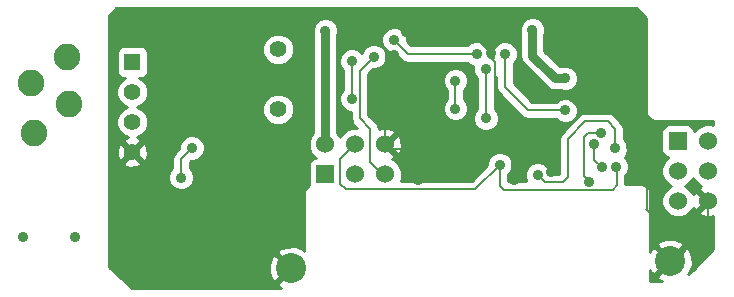
<source format=gbl>
G04 (created by PCBNEW-RS274X (2011-11-27 BZR 3249)-stable) date 22/12/2011 5:03:57 p.m.*
G01*
G70*
G90*
%MOIN*%
G04 Gerber Fmt 3.4, Leading zero omitted, Abs format*
%FSLAX34Y34*%
G04 APERTURE LIST*
%ADD10C,0.006000*%
%ADD11C,0.035400*%
%ADD12C,0.088600*%
%ADD13R,0.055000X0.055000*%
%ADD14C,0.055000*%
%ADD15C,0.100000*%
%ADD16R,0.060000X0.060000*%
%ADD17C,0.060000*%
%ADD18C,0.056000*%
%ADD19C,0.035000*%
%ADD20C,0.008000*%
%ADD21C,0.030000*%
%ADD22C,0.010000*%
G04 APERTURE END LIST*
G54D10*
G54D11*
X03622Y-08169D03*
X01890Y-08169D03*
G54D12*
X02166Y-03053D03*
X02264Y-04726D03*
X03445Y-03742D03*
X03347Y-02167D03*
G54D13*
X05538Y-02352D03*
G54D14*
X05538Y-03352D03*
X05538Y-04352D03*
X05538Y-05352D03*
G54D15*
X10828Y-09232D03*
X23478Y-08982D03*
G54D16*
X11978Y-06092D03*
G54D17*
X11978Y-05092D03*
X12978Y-06092D03*
X12978Y-05092D03*
X13978Y-06092D03*
X13978Y-05092D03*
G54D16*
X23728Y-04982D03*
G54D17*
X24728Y-04982D03*
X23728Y-05982D03*
X24728Y-05982D03*
X23728Y-06982D03*
X24728Y-06982D03*
G54D18*
X10398Y-03932D03*
X10398Y-01932D03*
G54D19*
X16308Y-02972D03*
X16308Y-03902D03*
X11978Y-01302D03*
X19976Y-02898D03*
X18878Y-01282D03*
X17958Y-02082D03*
X19978Y-03962D03*
X17328Y-04232D03*
X17318Y-02592D03*
X21638Y-05232D03*
X19048Y-06112D03*
X21668Y-05842D03*
X17788Y-05772D03*
X14268Y-01612D03*
X17018Y-02082D03*
X13588Y-02172D03*
X21178Y-04732D03*
X20758Y-06342D03*
X06178Y-09542D03*
X08425Y-05221D03*
X10236Y-05032D03*
X10937Y-07264D03*
X19978Y-03452D03*
X08088Y-09552D03*
X19488Y-06002D03*
X09788Y-09532D03*
X05408Y-01582D03*
X14658Y-01362D03*
X15078Y-06282D03*
X05528Y-08862D03*
X15598Y-01362D03*
X08088Y-08462D03*
X05518Y-07472D03*
X18258Y-06292D03*
X13528Y-03262D03*
X17758Y-03542D03*
X14248Y-02132D03*
X17488Y-02062D03*
X05658Y-00812D03*
X06558Y-00792D03*
X16928Y-02952D03*
X08088Y-03712D03*
X12858Y-02322D03*
X12858Y-03582D03*
X20928Y-05092D03*
X21188Y-05862D03*
X07528Y-05212D03*
X07168Y-06202D03*
G54D20*
X13168Y-04982D02*
X13168Y-05002D01*
X13168Y-04982D02*
X13168Y-05032D01*
G54D21*
X11978Y-01302D02*
X11978Y-05092D01*
X18878Y-02136D02*
X19640Y-02898D01*
X19640Y-02898D02*
X19976Y-02898D01*
G54D20*
X16308Y-02972D02*
X16308Y-03902D01*
G54D21*
X18878Y-01282D02*
X18878Y-02136D01*
G54D20*
X17958Y-02082D02*
X17958Y-03182D01*
X19978Y-03962D02*
X18738Y-03962D01*
X18738Y-03962D02*
X17958Y-03182D01*
X17318Y-02592D02*
X17328Y-02602D01*
X17328Y-02602D02*
X17328Y-04232D01*
X20058Y-06192D02*
X20058Y-04912D01*
X21638Y-04582D02*
X21638Y-05232D01*
X19048Y-06112D02*
X19298Y-06362D01*
X19888Y-06362D02*
X20058Y-06192D01*
X20058Y-04912D02*
X20638Y-04332D01*
X19298Y-06362D02*
X19888Y-06362D01*
X20638Y-04332D02*
X21388Y-04332D01*
X21388Y-04332D02*
X21638Y-04582D01*
X17788Y-06472D02*
X17788Y-05772D01*
X21548Y-06602D02*
X17918Y-06602D01*
X17918Y-06602D02*
X17788Y-06472D01*
X12478Y-06412D02*
X12658Y-06592D01*
X12658Y-06592D02*
X16808Y-06592D01*
X16968Y-06592D02*
X17788Y-05772D01*
X16808Y-06592D02*
X16968Y-06592D01*
X12978Y-05092D02*
X12478Y-05592D01*
X12478Y-05592D02*
X12478Y-06412D01*
X21688Y-05862D02*
X21688Y-06462D01*
X21688Y-06462D02*
X21548Y-06602D01*
X21668Y-05842D02*
X21688Y-05862D01*
X13118Y-02642D02*
X13588Y-02172D01*
X13478Y-05692D02*
X13478Y-04592D01*
X14718Y-02082D02*
X17018Y-02082D01*
X14268Y-01612D02*
X14268Y-01632D01*
X13978Y-06092D02*
X13878Y-06092D01*
X13478Y-04592D02*
X13118Y-04232D01*
X13118Y-04232D02*
X13118Y-02642D01*
X13878Y-06092D02*
X13478Y-05692D01*
X14268Y-01632D02*
X14718Y-02082D01*
X20588Y-06152D02*
X20588Y-04942D01*
X20588Y-04942D02*
X20588Y-04862D01*
X20718Y-04732D02*
X21178Y-04732D01*
X20588Y-04862D02*
X20718Y-04732D01*
X20758Y-06342D02*
X20588Y-06152D01*
X22018Y-04452D02*
X21658Y-04092D01*
X17638Y-03322D02*
X17638Y-02362D01*
X05528Y-08862D02*
X05518Y-08852D01*
X22578Y-05762D02*
X22578Y-05712D01*
X08088Y-09552D02*
X06188Y-09552D01*
X10236Y-06563D02*
X10236Y-05032D01*
X10937Y-07264D02*
X10236Y-06563D01*
X20448Y-03922D02*
X19978Y-03452D01*
X19678Y-05652D02*
X19678Y-04862D01*
X16108Y-05252D02*
X16928Y-04432D01*
X22683Y-05867D02*
X22578Y-05762D01*
X22683Y-07297D02*
X22683Y-05867D01*
X19488Y-05842D02*
X19488Y-06002D01*
X20448Y-04092D02*
X21658Y-04092D01*
X19488Y-05842D02*
X19678Y-05652D01*
X20448Y-04092D02*
X20448Y-03922D01*
X24468Y-07792D02*
X23178Y-07792D01*
X08088Y-08462D02*
X08088Y-09552D01*
X22018Y-05202D02*
X22018Y-04452D01*
X22578Y-05762D02*
X22018Y-05202D01*
X13978Y-05092D02*
X13978Y-04432D01*
X06248Y-02952D02*
X06248Y-01962D01*
X05868Y-01582D02*
X05408Y-01582D01*
X14188Y-05252D02*
X16108Y-05252D01*
X06248Y-01962D02*
X05868Y-01582D01*
X24728Y-07532D02*
X24468Y-07792D01*
X24728Y-07532D02*
X24728Y-06982D01*
X06188Y-09552D02*
X06178Y-09542D01*
X05658Y-00812D02*
X05678Y-00792D01*
X17758Y-03542D02*
X17758Y-03442D01*
X17638Y-02362D02*
X17488Y-02212D01*
X05678Y-00792D02*
X06558Y-00792D01*
X17758Y-03442D02*
X17638Y-03322D01*
X05518Y-08852D02*
X05518Y-07472D01*
X06248Y-04712D02*
X06248Y-03952D01*
X05538Y-05352D02*
X05608Y-05352D01*
X13528Y-03982D02*
X13528Y-03262D01*
X15598Y-01362D02*
X16788Y-01362D01*
X14658Y-01362D02*
X14678Y-01342D01*
X23178Y-07792D02*
X22683Y-07297D01*
X22683Y-07297D02*
X22648Y-07262D01*
X13528Y-02852D02*
X14248Y-02132D01*
X13528Y-03262D02*
X13528Y-02852D01*
X05608Y-05352D02*
X06248Y-04712D01*
X13978Y-04432D02*
X13528Y-03982D01*
X19678Y-04862D02*
X20448Y-04092D01*
X17488Y-02212D02*
X17488Y-02062D01*
X16788Y-01362D02*
X17488Y-02062D01*
X16928Y-04432D02*
X16928Y-02952D01*
X06248Y-02952D02*
X06248Y-03952D01*
X15598Y-01362D02*
X14658Y-01362D01*
X08088Y-08462D02*
X08088Y-03712D01*
X12858Y-03582D02*
X12858Y-02322D01*
X21188Y-05862D02*
X20928Y-05602D01*
X20928Y-05602D02*
X20928Y-05092D01*
X07528Y-05212D02*
X07168Y-05572D01*
X07168Y-05572D02*
X07168Y-06202D01*
G54D10*
G36*
X24903Y-08597D02*
X24217Y-09283D01*
X24068Y-09431D01*
X24047Y-09410D01*
X24112Y-09382D01*
X24217Y-09109D01*
X24209Y-08817D01*
X24112Y-08582D01*
X23998Y-08532D01*
X23928Y-08602D01*
X23928Y-08462D01*
X23878Y-08348D01*
X23605Y-08243D01*
X23313Y-08251D01*
X23078Y-08348D01*
X23028Y-08462D01*
X23478Y-08911D01*
X23928Y-08462D01*
X23928Y-08602D01*
X23549Y-08982D01*
X23478Y-09053D01*
X23028Y-09502D01*
X23078Y-09616D01*
X23184Y-09657D01*
X22809Y-09657D01*
X22809Y-09297D01*
X22844Y-09382D01*
X22958Y-09432D01*
X23407Y-08982D01*
X22958Y-08532D01*
X22844Y-08582D01*
X22809Y-08673D01*
X22809Y-06748D01*
X22784Y-06624D01*
X22714Y-06518D01*
X22608Y-06448D01*
X22484Y-06423D01*
X21978Y-06423D01*
X21978Y-06133D01*
X22028Y-06083D01*
X22093Y-05927D01*
X22093Y-05758D01*
X22029Y-05602D01*
X21949Y-05522D01*
X21998Y-05473D01*
X22063Y-05317D01*
X22063Y-05148D01*
X21999Y-04992D01*
X21928Y-04921D01*
X21928Y-04582D01*
X21906Y-04471D01*
X21843Y-04377D01*
X21593Y-04127D01*
X21499Y-04064D01*
X21388Y-04042D01*
X20638Y-04042D01*
X20527Y-04064D01*
X20433Y-04127D01*
X20403Y-04157D01*
X20403Y-04047D01*
X20403Y-03878D01*
X20401Y-03873D01*
X20401Y-02983D01*
X20401Y-02814D01*
X20337Y-02658D01*
X20217Y-02538D01*
X20061Y-02473D01*
X19892Y-02473D01*
X19831Y-02498D01*
X19805Y-02498D01*
X19278Y-01970D01*
X19278Y-01427D01*
X19303Y-01367D01*
X19303Y-01198D01*
X19239Y-01042D01*
X19119Y-00922D01*
X18963Y-00857D01*
X18794Y-00857D01*
X18638Y-00921D01*
X18518Y-01041D01*
X18453Y-01197D01*
X18453Y-01366D01*
X18478Y-01426D01*
X18478Y-02136D01*
X18508Y-02289D01*
X18595Y-02419D01*
X19354Y-03177D01*
X19357Y-03181D01*
X19486Y-03267D01*
X19487Y-03268D01*
X19640Y-03298D01*
X19831Y-03298D01*
X19891Y-03323D01*
X20060Y-03323D01*
X20216Y-03259D01*
X20336Y-03139D01*
X20401Y-02983D01*
X20401Y-03873D01*
X20339Y-03722D01*
X20219Y-03602D01*
X20063Y-03537D01*
X19894Y-03537D01*
X19738Y-03601D01*
X19667Y-03672D01*
X18858Y-03672D01*
X18248Y-03062D01*
X18248Y-02393D01*
X18318Y-02323D01*
X18383Y-02167D01*
X18383Y-01998D01*
X18319Y-01842D01*
X18199Y-01722D01*
X18043Y-01657D01*
X17874Y-01657D01*
X17718Y-01721D01*
X17598Y-01841D01*
X17533Y-01997D01*
X17533Y-02166D01*
X17559Y-02232D01*
X17437Y-02181D01*
X17443Y-02167D01*
X17443Y-01998D01*
X17379Y-01842D01*
X17259Y-01722D01*
X17103Y-01657D01*
X16934Y-01657D01*
X16778Y-01721D01*
X16707Y-01792D01*
X14838Y-01792D01*
X14693Y-01647D01*
X14693Y-01528D01*
X14629Y-01372D01*
X14509Y-01252D01*
X14353Y-01187D01*
X14184Y-01187D01*
X14028Y-01251D01*
X13908Y-01371D01*
X13843Y-01527D01*
X13843Y-01696D01*
X13907Y-01852D01*
X14027Y-01972D01*
X14183Y-02037D01*
X14263Y-02037D01*
X14513Y-02287D01*
X14607Y-02350D01*
X14718Y-02372D01*
X16707Y-02372D01*
X16777Y-02442D01*
X16898Y-02492D01*
X16893Y-02507D01*
X16893Y-02676D01*
X16957Y-02832D01*
X17038Y-02913D01*
X17038Y-03921D01*
X16968Y-03991D01*
X16903Y-04147D01*
X16903Y-04316D01*
X16967Y-04472D01*
X17087Y-04592D01*
X17243Y-04657D01*
X17412Y-04657D01*
X17568Y-04593D01*
X17688Y-04473D01*
X17753Y-04317D01*
X17753Y-04148D01*
X17689Y-03992D01*
X17618Y-03921D01*
X17618Y-02893D01*
X17668Y-02843D01*
X17668Y-03182D01*
X17690Y-03293D01*
X17753Y-03387D01*
X18533Y-04167D01*
X18627Y-04230D01*
X18738Y-04252D01*
X19667Y-04252D01*
X19737Y-04322D01*
X19893Y-04387D01*
X20062Y-04387D01*
X20218Y-04323D01*
X20338Y-04203D01*
X20403Y-04047D01*
X20403Y-04157D01*
X19853Y-04707D01*
X19790Y-04801D01*
X19768Y-04912D01*
X19768Y-06072D01*
X19473Y-06072D01*
X19473Y-06028D01*
X19409Y-05872D01*
X19289Y-05752D01*
X19133Y-05687D01*
X18964Y-05687D01*
X18808Y-05751D01*
X18688Y-05871D01*
X18623Y-06027D01*
X18623Y-06196D01*
X18670Y-06312D01*
X18078Y-06312D01*
X18078Y-06083D01*
X18148Y-06013D01*
X18213Y-05857D01*
X18213Y-05688D01*
X18149Y-05532D01*
X18029Y-05412D01*
X17873Y-05347D01*
X17704Y-05347D01*
X17548Y-05411D01*
X17428Y-05531D01*
X17363Y-05687D01*
X17363Y-05786D01*
X16847Y-06302D01*
X16808Y-06302D01*
X16733Y-06302D01*
X16733Y-03987D01*
X16733Y-03818D01*
X16669Y-03662D01*
X16598Y-03591D01*
X16598Y-03283D01*
X16668Y-03213D01*
X16733Y-03057D01*
X16733Y-02888D01*
X16669Y-02732D01*
X16549Y-02612D01*
X16393Y-02547D01*
X16224Y-02547D01*
X16068Y-02611D01*
X15948Y-02731D01*
X15883Y-02887D01*
X15883Y-03056D01*
X15947Y-03212D01*
X16018Y-03283D01*
X16018Y-03591D01*
X15948Y-03661D01*
X15883Y-03817D01*
X15883Y-03986D01*
X15947Y-04142D01*
X16067Y-04262D01*
X16223Y-04327D01*
X16392Y-04327D01*
X16548Y-04263D01*
X16668Y-04143D01*
X16733Y-03987D01*
X16733Y-06302D01*
X14485Y-06302D01*
X14527Y-06201D01*
X14527Y-05983D01*
X14521Y-05968D01*
X14521Y-05171D01*
X14510Y-04958D01*
X14450Y-04811D01*
X14356Y-04784D01*
X14049Y-05092D01*
X14356Y-05400D01*
X14450Y-05373D01*
X14521Y-05171D01*
X14521Y-05968D01*
X14443Y-05781D01*
X14289Y-05627D01*
X14197Y-05589D01*
X14259Y-05564D01*
X14286Y-05470D01*
X14013Y-05198D01*
X13978Y-05163D01*
X13907Y-05092D01*
X13978Y-05021D01*
X14013Y-04986D01*
X14286Y-04714D01*
X14259Y-04620D01*
X14057Y-04549D01*
X13844Y-04560D01*
X13767Y-04591D01*
X13746Y-04481D01*
X13683Y-04387D01*
X13408Y-04112D01*
X13408Y-02762D01*
X13573Y-02597D01*
X13672Y-02597D01*
X13828Y-02533D01*
X13948Y-02413D01*
X14013Y-02257D01*
X14013Y-02088D01*
X13949Y-01932D01*
X13829Y-01812D01*
X13673Y-01747D01*
X13504Y-01747D01*
X13348Y-01811D01*
X13228Y-01931D01*
X13180Y-02043D01*
X13099Y-01962D01*
X12943Y-01897D01*
X12774Y-01897D01*
X12618Y-01961D01*
X12498Y-02081D01*
X12433Y-02237D01*
X12433Y-02406D01*
X12497Y-02562D01*
X12568Y-02633D01*
X12568Y-03271D01*
X12498Y-03341D01*
X12433Y-03497D01*
X12433Y-03666D01*
X12497Y-03822D01*
X12617Y-03942D01*
X12773Y-04007D01*
X12828Y-04007D01*
X12828Y-04232D01*
X12850Y-04343D01*
X12913Y-04437D01*
X13019Y-04543D01*
X12869Y-04543D01*
X12667Y-04627D01*
X12513Y-04781D01*
X12478Y-04865D01*
X12443Y-04781D01*
X12378Y-04716D01*
X12378Y-01447D01*
X12403Y-01387D01*
X12403Y-01218D01*
X12339Y-01062D01*
X12219Y-00942D01*
X12063Y-00877D01*
X11894Y-00877D01*
X11738Y-00941D01*
X11618Y-01061D01*
X11553Y-01217D01*
X11553Y-01386D01*
X11578Y-01446D01*
X11578Y-04716D01*
X11513Y-04781D01*
X11429Y-04983D01*
X11429Y-05201D01*
X11513Y-05403D01*
X11653Y-05543D01*
X11629Y-05543D01*
X11537Y-05581D01*
X11467Y-05651D01*
X11429Y-05742D01*
X11429Y-05841D01*
X11429Y-06441D01*
X11436Y-06459D01*
X11348Y-06518D01*
X11278Y-06624D01*
X11253Y-06748D01*
X11253Y-08655D01*
X11228Y-08598D01*
X10955Y-08493D01*
X10928Y-08493D01*
X10928Y-04038D01*
X10928Y-03827D01*
X10928Y-02038D01*
X10928Y-01827D01*
X10847Y-01632D01*
X10699Y-01483D01*
X10504Y-01402D01*
X10293Y-01402D01*
X10098Y-01483D01*
X09949Y-01631D01*
X09868Y-01826D01*
X09868Y-02037D01*
X09949Y-02232D01*
X10097Y-02381D01*
X10292Y-02462D01*
X10503Y-02462D01*
X10698Y-02381D01*
X10847Y-02233D01*
X10928Y-02038D01*
X10928Y-03827D01*
X10847Y-03632D01*
X10699Y-03483D01*
X10504Y-03402D01*
X10293Y-03402D01*
X10098Y-03483D01*
X09949Y-03631D01*
X09868Y-03826D01*
X09868Y-04037D01*
X09949Y-04232D01*
X10097Y-04381D01*
X10292Y-04462D01*
X10503Y-04462D01*
X10698Y-04381D01*
X10847Y-04233D01*
X10928Y-04038D01*
X10928Y-08493D01*
X10663Y-08501D01*
X10428Y-08598D01*
X10378Y-08712D01*
X10793Y-09126D01*
X10828Y-09161D01*
X10899Y-09232D01*
X10828Y-09303D01*
X10757Y-09373D01*
X10757Y-09232D01*
X10308Y-08782D01*
X10194Y-08832D01*
X10089Y-09105D01*
X10097Y-09397D01*
X10194Y-09632D01*
X10308Y-09682D01*
X10757Y-09232D01*
X10757Y-09373D01*
X10378Y-09752D01*
X10428Y-09866D01*
X10508Y-09897D01*
X07953Y-09897D01*
X07953Y-05297D01*
X07953Y-05128D01*
X07889Y-04972D01*
X07769Y-04852D01*
X07613Y-04787D01*
X07444Y-04787D01*
X07288Y-04851D01*
X07168Y-04971D01*
X07103Y-05127D01*
X07103Y-05227D01*
X06963Y-05367D01*
X06900Y-05461D01*
X06878Y-05572D01*
X06878Y-05891D01*
X06808Y-05961D01*
X06743Y-06117D01*
X06743Y-06286D01*
X06807Y-06442D01*
X06927Y-06562D01*
X07083Y-06627D01*
X07252Y-06627D01*
X07408Y-06563D01*
X07528Y-06443D01*
X07593Y-06287D01*
X07593Y-06118D01*
X07529Y-05962D01*
X07458Y-05891D01*
X07458Y-05692D01*
X07513Y-05637D01*
X07612Y-05637D01*
X07768Y-05573D01*
X07888Y-05453D01*
X07953Y-05297D01*
X07953Y-09897D01*
X06063Y-09897D01*
X06063Y-04457D01*
X06063Y-04248D01*
X05983Y-04055D01*
X05836Y-03907D01*
X05702Y-03851D01*
X05835Y-03797D01*
X05983Y-03650D01*
X06063Y-03457D01*
X06063Y-03248D01*
X05983Y-03055D01*
X05836Y-02907D01*
X05761Y-02876D01*
X05862Y-02876D01*
X05954Y-02838D01*
X06024Y-02768D01*
X06062Y-02677D01*
X06062Y-02578D01*
X06062Y-02028D01*
X06024Y-01936D01*
X05954Y-01866D01*
X05863Y-01828D01*
X05764Y-01828D01*
X05214Y-01828D01*
X05122Y-01866D01*
X05052Y-01936D01*
X05014Y-02027D01*
X05014Y-02126D01*
X05014Y-02676D01*
X05052Y-02768D01*
X05122Y-02838D01*
X05213Y-02876D01*
X05312Y-02876D01*
X05241Y-02907D01*
X05093Y-03054D01*
X05013Y-03247D01*
X05013Y-03456D01*
X05093Y-03649D01*
X05240Y-03797D01*
X05373Y-03852D01*
X05241Y-03907D01*
X05093Y-04054D01*
X05013Y-04247D01*
X05013Y-04456D01*
X05093Y-04649D01*
X05240Y-04797D01*
X05380Y-04855D01*
X05271Y-04900D01*
X05248Y-04991D01*
X05538Y-05281D01*
X05828Y-04991D01*
X05805Y-04900D01*
X05686Y-04858D01*
X05835Y-04797D01*
X05983Y-04650D01*
X06063Y-04457D01*
X06063Y-09897D01*
X06057Y-09897D01*
X06057Y-05426D01*
X06046Y-05222D01*
X05990Y-05085D01*
X05899Y-05062D01*
X05609Y-05352D01*
X05899Y-05642D01*
X05990Y-05619D01*
X06057Y-05426D01*
X06057Y-09897D01*
X05828Y-09897D01*
X05828Y-05713D01*
X05538Y-05423D01*
X05467Y-05494D01*
X05467Y-05352D01*
X05177Y-05062D01*
X05086Y-05085D01*
X05019Y-05278D01*
X05030Y-05482D01*
X05086Y-05619D01*
X05177Y-05642D01*
X05467Y-05352D01*
X05467Y-05494D01*
X05248Y-05713D01*
X05271Y-05804D01*
X05464Y-05871D01*
X05668Y-05860D01*
X05805Y-05804D01*
X05828Y-05713D01*
X05828Y-09897D01*
X05514Y-09897D01*
X04778Y-09187D01*
X04778Y-00794D01*
X04789Y-00794D01*
X05009Y-00557D01*
X22343Y-00557D01*
X22653Y-00867D01*
X22653Y-03982D01*
X22678Y-04106D01*
X22748Y-04212D01*
X22854Y-04282D01*
X22978Y-04307D01*
X24903Y-04307D01*
X24903Y-04460D01*
X24837Y-04433D01*
X24619Y-04433D01*
X24417Y-04517D01*
X24277Y-04657D01*
X24277Y-04633D01*
X24239Y-04541D01*
X24169Y-04471D01*
X24078Y-04433D01*
X23979Y-04433D01*
X23379Y-04433D01*
X23287Y-04471D01*
X23217Y-04541D01*
X23179Y-04632D01*
X23179Y-04731D01*
X23179Y-05331D01*
X23217Y-05423D01*
X23287Y-05493D01*
X23378Y-05531D01*
X23403Y-05531D01*
X23263Y-05671D01*
X23179Y-05873D01*
X23179Y-06091D01*
X23263Y-06293D01*
X23417Y-06447D01*
X23501Y-06482D01*
X23417Y-06517D01*
X23263Y-06671D01*
X23179Y-06873D01*
X23179Y-07091D01*
X23263Y-07293D01*
X23417Y-07447D01*
X23619Y-07531D01*
X23837Y-07531D01*
X24039Y-07447D01*
X24193Y-07293D01*
X24230Y-07201D01*
X24256Y-07263D01*
X24350Y-07290D01*
X24657Y-06982D01*
X24350Y-06674D01*
X24256Y-06701D01*
X24232Y-06766D01*
X24193Y-06671D01*
X24039Y-06517D01*
X23954Y-06482D01*
X24039Y-06447D01*
X24193Y-06293D01*
X24228Y-06208D01*
X24263Y-06293D01*
X24417Y-06447D01*
X24508Y-06484D01*
X24447Y-06510D01*
X24420Y-06604D01*
X24693Y-06876D01*
X24728Y-06911D01*
X24799Y-06982D01*
X24728Y-07053D01*
X24420Y-07360D01*
X24447Y-07454D01*
X24649Y-07525D01*
X24862Y-07514D01*
X24903Y-07497D01*
X24903Y-08597D01*
X24903Y-08597D01*
G37*
G54D22*
X24903Y-08597D02*
X24217Y-09283D01*
X24068Y-09431D01*
X24047Y-09410D01*
X24112Y-09382D01*
X24217Y-09109D01*
X24209Y-08817D01*
X24112Y-08582D01*
X23998Y-08532D01*
X23928Y-08602D01*
X23928Y-08462D01*
X23878Y-08348D01*
X23605Y-08243D01*
X23313Y-08251D01*
X23078Y-08348D01*
X23028Y-08462D01*
X23478Y-08911D01*
X23928Y-08462D01*
X23928Y-08602D01*
X23549Y-08982D01*
X23478Y-09053D01*
X23028Y-09502D01*
X23078Y-09616D01*
X23184Y-09657D01*
X22809Y-09657D01*
X22809Y-09297D01*
X22844Y-09382D01*
X22958Y-09432D01*
X23407Y-08982D01*
X22958Y-08532D01*
X22844Y-08582D01*
X22809Y-08673D01*
X22809Y-06748D01*
X22784Y-06624D01*
X22714Y-06518D01*
X22608Y-06448D01*
X22484Y-06423D01*
X21978Y-06423D01*
X21978Y-06133D01*
X22028Y-06083D01*
X22093Y-05927D01*
X22093Y-05758D01*
X22029Y-05602D01*
X21949Y-05522D01*
X21998Y-05473D01*
X22063Y-05317D01*
X22063Y-05148D01*
X21999Y-04992D01*
X21928Y-04921D01*
X21928Y-04582D01*
X21906Y-04471D01*
X21843Y-04377D01*
X21593Y-04127D01*
X21499Y-04064D01*
X21388Y-04042D01*
X20638Y-04042D01*
X20527Y-04064D01*
X20433Y-04127D01*
X20403Y-04157D01*
X20403Y-04047D01*
X20403Y-03878D01*
X20401Y-03873D01*
X20401Y-02983D01*
X20401Y-02814D01*
X20337Y-02658D01*
X20217Y-02538D01*
X20061Y-02473D01*
X19892Y-02473D01*
X19831Y-02498D01*
X19805Y-02498D01*
X19278Y-01970D01*
X19278Y-01427D01*
X19303Y-01367D01*
X19303Y-01198D01*
X19239Y-01042D01*
X19119Y-00922D01*
X18963Y-00857D01*
X18794Y-00857D01*
X18638Y-00921D01*
X18518Y-01041D01*
X18453Y-01197D01*
X18453Y-01366D01*
X18478Y-01426D01*
X18478Y-02136D01*
X18508Y-02289D01*
X18595Y-02419D01*
X19354Y-03177D01*
X19357Y-03181D01*
X19486Y-03267D01*
X19487Y-03268D01*
X19640Y-03298D01*
X19831Y-03298D01*
X19891Y-03323D01*
X20060Y-03323D01*
X20216Y-03259D01*
X20336Y-03139D01*
X20401Y-02983D01*
X20401Y-03873D01*
X20339Y-03722D01*
X20219Y-03602D01*
X20063Y-03537D01*
X19894Y-03537D01*
X19738Y-03601D01*
X19667Y-03672D01*
X18858Y-03672D01*
X18248Y-03062D01*
X18248Y-02393D01*
X18318Y-02323D01*
X18383Y-02167D01*
X18383Y-01998D01*
X18319Y-01842D01*
X18199Y-01722D01*
X18043Y-01657D01*
X17874Y-01657D01*
X17718Y-01721D01*
X17598Y-01841D01*
X17533Y-01997D01*
X17533Y-02166D01*
X17559Y-02232D01*
X17437Y-02181D01*
X17443Y-02167D01*
X17443Y-01998D01*
X17379Y-01842D01*
X17259Y-01722D01*
X17103Y-01657D01*
X16934Y-01657D01*
X16778Y-01721D01*
X16707Y-01792D01*
X14838Y-01792D01*
X14693Y-01647D01*
X14693Y-01528D01*
X14629Y-01372D01*
X14509Y-01252D01*
X14353Y-01187D01*
X14184Y-01187D01*
X14028Y-01251D01*
X13908Y-01371D01*
X13843Y-01527D01*
X13843Y-01696D01*
X13907Y-01852D01*
X14027Y-01972D01*
X14183Y-02037D01*
X14263Y-02037D01*
X14513Y-02287D01*
X14607Y-02350D01*
X14718Y-02372D01*
X16707Y-02372D01*
X16777Y-02442D01*
X16898Y-02492D01*
X16893Y-02507D01*
X16893Y-02676D01*
X16957Y-02832D01*
X17038Y-02913D01*
X17038Y-03921D01*
X16968Y-03991D01*
X16903Y-04147D01*
X16903Y-04316D01*
X16967Y-04472D01*
X17087Y-04592D01*
X17243Y-04657D01*
X17412Y-04657D01*
X17568Y-04593D01*
X17688Y-04473D01*
X17753Y-04317D01*
X17753Y-04148D01*
X17689Y-03992D01*
X17618Y-03921D01*
X17618Y-02893D01*
X17668Y-02843D01*
X17668Y-03182D01*
X17690Y-03293D01*
X17753Y-03387D01*
X18533Y-04167D01*
X18627Y-04230D01*
X18738Y-04252D01*
X19667Y-04252D01*
X19737Y-04322D01*
X19893Y-04387D01*
X20062Y-04387D01*
X20218Y-04323D01*
X20338Y-04203D01*
X20403Y-04047D01*
X20403Y-04157D01*
X19853Y-04707D01*
X19790Y-04801D01*
X19768Y-04912D01*
X19768Y-06072D01*
X19473Y-06072D01*
X19473Y-06028D01*
X19409Y-05872D01*
X19289Y-05752D01*
X19133Y-05687D01*
X18964Y-05687D01*
X18808Y-05751D01*
X18688Y-05871D01*
X18623Y-06027D01*
X18623Y-06196D01*
X18670Y-06312D01*
X18078Y-06312D01*
X18078Y-06083D01*
X18148Y-06013D01*
X18213Y-05857D01*
X18213Y-05688D01*
X18149Y-05532D01*
X18029Y-05412D01*
X17873Y-05347D01*
X17704Y-05347D01*
X17548Y-05411D01*
X17428Y-05531D01*
X17363Y-05687D01*
X17363Y-05786D01*
X16847Y-06302D01*
X16808Y-06302D01*
X16733Y-06302D01*
X16733Y-03987D01*
X16733Y-03818D01*
X16669Y-03662D01*
X16598Y-03591D01*
X16598Y-03283D01*
X16668Y-03213D01*
X16733Y-03057D01*
X16733Y-02888D01*
X16669Y-02732D01*
X16549Y-02612D01*
X16393Y-02547D01*
X16224Y-02547D01*
X16068Y-02611D01*
X15948Y-02731D01*
X15883Y-02887D01*
X15883Y-03056D01*
X15947Y-03212D01*
X16018Y-03283D01*
X16018Y-03591D01*
X15948Y-03661D01*
X15883Y-03817D01*
X15883Y-03986D01*
X15947Y-04142D01*
X16067Y-04262D01*
X16223Y-04327D01*
X16392Y-04327D01*
X16548Y-04263D01*
X16668Y-04143D01*
X16733Y-03987D01*
X16733Y-06302D01*
X14485Y-06302D01*
X14527Y-06201D01*
X14527Y-05983D01*
X14521Y-05968D01*
X14521Y-05171D01*
X14510Y-04958D01*
X14450Y-04811D01*
X14356Y-04784D01*
X14049Y-05092D01*
X14356Y-05400D01*
X14450Y-05373D01*
X14521Y-05171D01*
X14521Y-05968D01*
X14443Y-05781D01*
X14289Y-05627D01*
X14197Y-05589D01*
X14259Y-05564D01*
X14286Y-05470D01*
X14013Y-05198D01*
X13978Y-05163D01*
X13907Y-05092D01*
X13978Y-05021D01*
X14013Y-04986D01*
X14286Y-04714D01*
X14259Y-04620D01*
X14057Y-04549D01*
X13844Y-04560D01*
X13767Y-04591D01*
X13746Y-04481D01*
X13683Y-04387D01*
X13408Y-04112D01*
X13408Y-02762D01*
X13573Y-02597D01*
X13672Y-02597D01*
X13828Y-02533D01*
X13948Y-02413D01*
X14013Y-02257D01*
X14013Y-02088D01*
X13949Y-01932D01*
X13829Y-01812D01*
X13673Y-01747D01*
X13504Y-01747D01*
X13348Y-01811D01*
X13228Y-01931D01*
X13180Y-02043D01*
X13099Y-01962D01*
X12943Y-01897D01*
X12774Y-01897D01*
X12618Y-01961D01*
X12498Y-02081D01*
X12433Y-02237D01*
X12433Y-02406D01*
X12497Y-02562D01*
X12568Y-02633D01*
X12568Y-03271D01*
X12498Y-03341D01*
X12433Y-03497D01*
X12433Y-03666D01*
X12497Y-03822D01*
X12617Y-03942D01*
X12773Y-04007D01*
X12828Y-04007D01*
X12828Y-04232D01*
X12850Y-04343D01*
X12913Y-04437D01*
X13019Y-04543D01*
X12869Y-04543D01*
X12667Y-04627D01*
X12513Y-04781D01*
X12478Y-04865D01*
X12443Y-04781D01*
X12378Y-04716D01*
X12378Y-01447D01*
X12403Y-01387D01*
X12403Y-01218D01*
X12339Y-01062D01*
X12219Y-00942D01*
X12063Y-00877D01*
X11894Y-00877D01*
X11738Y-00941D01*
X11618Y-01061D01*
X11553Y-01217D01*
X11553Y-01386D01*
X11578Y-01446D01*
X11578Y-04716D01*
X11513Y-04781D01*
X11429Y-04983D01*
X11429Y-05201D01*
X11513Y-05403D01*
X11653Y-05543D01*
X11629Y-05543D01*
X11537Y-05581D01*
X11467Y-05651D01*
X11429Y-05742D01*
X11429Y-05841D01*
X11429Y-06441D01*
X11436Y-06459D01*
X11348Y-06518D01*
X11278Y-06624D01*
X11253Y-06748D01*
X11253Y-08655D01*
X11228Y-08598D01*
X10955Y-08493D01*
X10928Y-08493D01*
X10928Y-04038D01*
X10928Y-03827D01*
X10928Y-02038D01*
X10928Y-01827D01*
X10847Y-01632D01*
X10699Y-01483D01*
X10504Y-01402D01*
X10293Y-01402D01*
X10098Y-01483D01*
X09949Y-01631D01*
X09868Y-01826D01*
X09868Y-02037D01*
X09949Y-02232D01*
X10097Y-02381D01*
X10292Y-02462D01*
X10503Y-02462D01*
X10698Y-02381D01*
X10847Y-02233D01*
X10928Y-02038D01*
X10928Y-03827D01*
X10847Y-03632D01*
X10699Y-03483D01*
X10504Y-03402D01*
X10293Y-03402D01*
X10098Y-03483D01*
X09949Y-03631D01*
X09868Y-03826D01*
X09868Y-04037D01*
X09949Y-04232D01*
X10097Y-04381D01*
X10292Y-04462D01*
X10503Y-04462D01*
X10698Y-04381D01*
X10847Y-04233D01*
X10928Y-04038D01*
X10928Y-08493D01*
X10663Y-08501D01*
X10428Y-08598D01*
X10378Y-08712D01*
X10793Y-09126D01*
X10828Y-09161D01*
X10899Y-09232D01*
X10828Y-09303D01*
X10757Y-09373D01*
X10757Y-09232D01*
X10308Y-08782D01*
X10194Y-08832D01*
X10089Y-09105D01*
X10097Y-09397D01*
X10194Y-09632D01*
X10308Y-09682D01*
X10757Y-09232D01*
X10757Y-09373D01*
X10378Y-09752D01*
X10428Y-09866D01*
X10508Y-09897D01*
X07953Y-09897D01*
X07953Y-05297D01*
X07953Y-05128D01*
X07889Y-04972D01*
X07769Y-04852D01*
X07613Y-04787D01*
X07444Y-04787D01*
X07288Y-04851D01*
X07168Y-04971D01*
X07103Y-05127D01*
X07103Y-05227D01*
X06963Y-05367D01*
X06900Y-05461D01*
X06878Y-05572D01*
X06878Y-05891D01*
X06808Y-05961D01*
X06743Y-06117D01*
X06743Y-06286D01*
X06807Y-06442D01*
X06927Y-06562D01*
X07083Y-06627D01*
X07252Y-06627D01*
X07408Y-06563D01*
X07528Y-06443D01*
X07593Y-06287D01*
X07593Y-06118D01*
X07529Y-05962D01*
X07458Y-05891D01*
X07458Y-05692D01*
X07513Y-05637D01*
X07612Y-05637D01*
X07768Y-05573D01*
X07888Y-05453D01*
X07953Y-05297D01*
X07953Y-09897D01*
X06063Y-09897D01*
X06063Y-04457D01*
X06063Y-04248D01*
X05983Y-04055D01*
X05836Y-03907D01*
X05702Y-03851D01*
X05835Y-03797D01*
X05983Y-03650D01*
X06063Y-03457D01*
X06063Y-03248D01*
X05983Y-03055D01*
X05836Y-02907D01*
X05761Y-02876D01*
X05862Y-02876D01*
X05954Y-02838D01*
X06024Y-02768D01*
X06062Y-02677D01*
X06062Y-02578D01*
X06062Y-02028D01*
X06024Y-01936D01*
X05954Y-01866D01*
X05863Y-01828D01*
X05764Y-01828D01*
X05214Y-01828D01*
X05122Y-01866D01*
X05052Y-01936D01*
X05014Y-02027D01*
X05014Y-02126D01*
X05014Y-02676D01*
X05052Y-02768D01*
X05122Y-02838D01*
X05213Y-02876D01*
X05312Y-02876D01*
X05241Y-02907D01*
X05093Y-03054D01*
X05013Y-03247D01*
X05013Y-03456D01*
X05093Y-03649D01*
X05240Y-03797D01*
X05373Y-03852D01*
X05241Y-03907D01*
X05093Y-04054D01*
X05013Y-04247D01*
X05013Y-04456D01*
X05093Y-04649D01*
X05240Y-04797D01*
X05380Y-04855D01*
X05271Y-04900D01*
X05248Y-04991D01*
X05538Y-05281D01*
X05828Y-04991D01*
X05805Y-04900D01*
X05686Y-04858D01*
X05835Y-04797D01*
X05983Y-04650D01*
X06063Y-04457D01*
X06063Y-09897D01*
X06057Y-09897D01*
X06057Y-05426D01*
X06046Y-05222D01*
X05990Y-05085D01*
X05899Y-05062D01*
X05609Y-05352D01*
X05899Y-05642D01*
X05990Y-05619D01*
X06057Y-05426D01*
X06057Y-09897D01*
X05828Y-09897D01*
X05828Y-05713D01*
X05538Y-05423D01*
X05467Y-05494D01*
X05467Y-05352D01*
X05177Y-05062D01*
X05086Y-05085D01*
X05019Y-05278D01*
X05030Y-05482D01*
X05086Y-05619D01*
X05177Y-05642D01*
X05467Y-05352D01*
X05467Y-05494D01*
X05248Y-05713D01*
X05271Y-05804D01*
X05464Y-05871D01*
X05668Y-05860D01*
X05805Y-05804D01*
X05828Y-05713D01*
X05828Y-09897D01*
X05514Y-09897D01*
X04778Y-09187D01*
X04778Y-00794D01*
X04789Y-00794D01*
X05009Y-00557D01*
X22343Y-00557D01*
X22653Y-00867D01*
X22653Y-03982D01*
X22678Y-04106D01*
X22748Y-04212D01*
X22854Y-04282D01*
X22978Y-04307D01*
X24903Y-04307D01*
X24903Y-04460D01*
X24837Y-04433D01*
X24619Y-04433D01*
X24417Y-04517D01*
X24277Y-04657D01*
X24277Y-04633D01*
X24239Y-04541D01*
X24169Y-04471D01*
X24078Y-04433D01*
X23979Y-04433D01*
X23379Y-04433D01*
X23287Y-04471D01*
X23217Y-04541D01*
X23179Y-04632D01*
X23179Y-04731D01*
X23179Y-05331D01*
X23217Y-05423D01*
X23287Y-05493D01*
X23378Y-05531D01*
X23403Y-05531D01*
X23263Y-05671D01*
X23179Y-05873D01*
X23179Y-06091D01*
X23263Y-06293D01*
X23417Y-06447D01*
X23501Y-06482D01*
X23417Y-06517D01*
X23263Y-06671D01*
X23179Y-06873D01*
X23179Y-07091D01*
X23263Y-07293D01*
X23417Y-07447D01*
X23619Y-07531D01*
X23837Y-07531D01*
X24039Y-07447D01*
X24193Y-07293D01*
X24230Y-07201D01*
X24256Y-07263D01*
X24350Y-07290D01*
X24657Y-06982D01*
X24350Y-06674D01*
X24256Y-06701D01*
X24232Y-06766D01*
X24193Y-06671D01*
X24039Y-06517D01*
X23954Y-06482D01*
X24039Y-06447D01*
X24193Y-06293D01*
X24228Y-06208D01*
X24263Y-06293D01*
X24417Y-06447D01*
X24508Y-06484D01*
X24447Y-06510D01*
X24420Y-06604D01*
X24693Y-06876D01*
X24728Y-06911D01*
X24799Y-06982D01*
X24728Y-07053D01*
X24420Y-07360D01*
X24447Y-07454D01*
X24649Y-07525D01*
X24862Y-07514D01*
X24903Y-07497D01*
X24903Y-08597D01*
M02*

</source>
